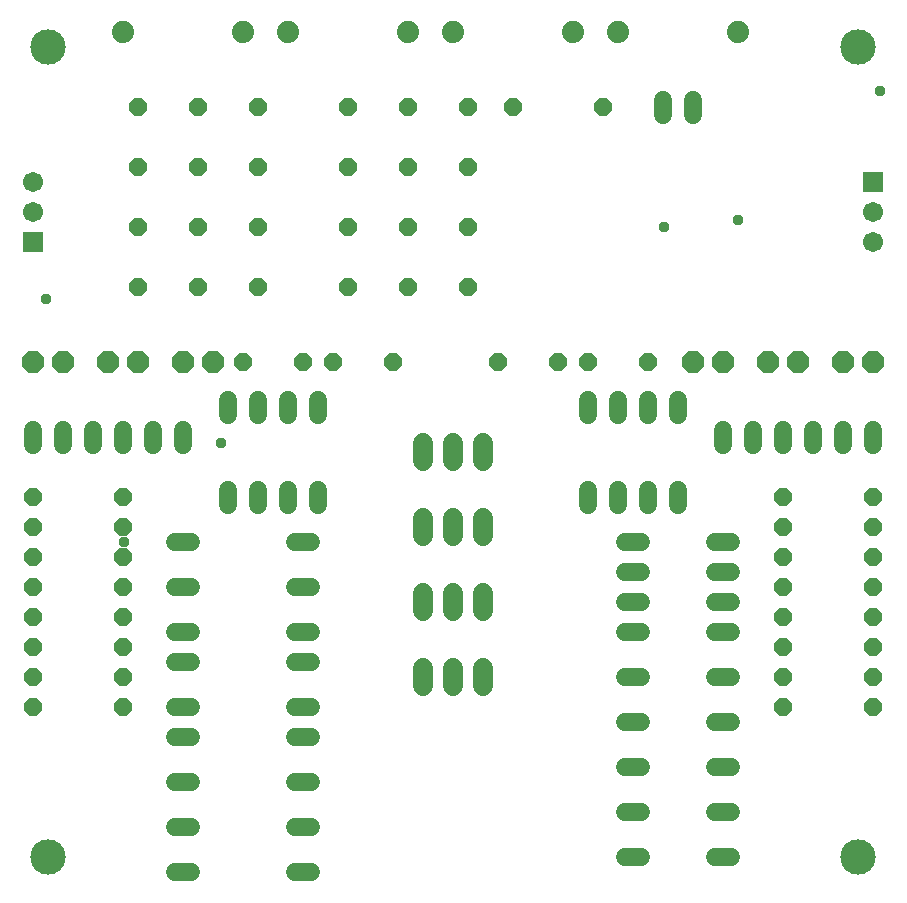
<source format=gbr>
G04 EAGLE Gerber RS-274X export*
G75*
%MOMM*%
%FSLAX34Y34*%
%LPD*%
%INSoldermask Bottom*%
%IPPOS*%
%AMOC8*
5,1,8,0,0,1.08239X$1,22.5*%
G01*
%ADD10P,1.649562X8X22.500000*%
%ADD11C,1.879600*%
%ADD12C,1.524000*%
%ADD13R,1.711200X1.711200*%
%ADD14C,1.711200*%
%ADD15C,3.003200*%
%ADD16P,1.951982X8X22.500000*%
%ADD17C,1.727200*%
%ADD18C,0.959600*%


D10*
X114300Y673100D03*
X165100Y673100D03*
X114300Y622300D03*
X165100Y622300D03*
X114300Y571500D03*
X165100Y571500D03*
X114300Y520700D03*
X165100Y520700D03*
X342900Y673100D03*
X393700Y673100D03*
X342900Y622300D03*
X393700Y622300D03*
X342900Y571500D03*
X393700Y571500D03*
X342900Y520700D03*
X393700Y520700D03*
D11*
X203200Y736600D03*
X101600Y736600D03*
X342900Y736600D03*
X241300Y736600D03*
X482600Y736600D03*
X381000Y736600D03*
X622300Y736600D03*
X520700Y736600D03*
D12*
X558800Y679704D02*
X558800Y666496D01*
X584200Y666496D02*
X584200Y679704D01*
D10*
X215900Y673100D03*
X292100Y673100D03*
X215900Y622300D03*
X292100Y622300D03*
X215900Y571500D03*
X292100Y571500D03*
X215900Y520700D03*
X292100Y520700D03*
X431800Y673100D03*
X508000Y673100D03*
D13*
X736600Y609600D03*
D14*
X736600Y584200D03*
X736600Y558800D03*
D13*
X25400Y558800D03*
D14*
X25400Y584200D03*
X25400Y609600D03*
D15*
X38100Y38100D03*
X38100Y723900D03*
X723900Y723900D03*
X723900Y38100D03*
D16*
X25400Y457200D03*
X50800Y457200D03*
X88900Y457200D03*
X114300Y457200D03*
X152400Y457200D03*
X177800Y457200D03*
D10*
X203200Y457200D03*
X254000Y457200D03*
X279400Y457200D03*
X330200Y457200D03*
X25400Y342900D03*
X101600Y342900D03*
X25400Y317500D03*
X101600Y317500D03*
X25400Y292100D03*
X101600Y292100D03*
X25400Y266700D03*
X101600Y266700D03*
X25400Y241300D03*
X101600Y241300D03*
X25400Y215900D03*
X101600Y215900D03*
X25400Y190500D03*
X101600Y190500D03*
X25400Y165100D03*
X101600Y165100D03*
D12*
X25400Y387096D02*
X25400Y400304D01*
X76200Y400304D02*
X76200Y387096D01*
X50800Y387096D02*
X50800Y400304D01*
X101600Y400304D02*
X101600Y387096D01*
X152400Y387096D02*
X152400Y400304D01*
X127000Y400304D02*
X127000Y387096D01*
X266700Y412496D02*
X266700Y425704D01*
X241300Y425704D02*
X241300Y412496D01*
X241300Y349504D02*
X241300Y336296D01*
X266700Y336296D02*
X266700Y349504D01*
X215900Y412496D02*
X215900Y425704D01*
X190500Y425704D02*
X190500Y412496D01*
X215900Y349504D02*
X215900Y336296D01*
X190500Y336296D02*
X190500Y349504D01*
X247396Y228600D02*
X260604Y228600D01*
X159004Y228600D02*
X145796Y228600D01*
X247396Y203200D02*
X260604Y203200D01*
X159004Y203200D02*
X145796Y203200D01*
X247396Y165100D02*
X260604Y165100D01*
X159004Y165100D02*
X145796Y165100D01*
X247396Y101600D02*
X260604Y101600D01*
X159004Y101600D02*
X145796Y101600D01*
X247396Y139700D02*
X260604Y139700D01*
X159004Y139700D02*
X145796Y139700D01*
X247396Y25400D02*
X260604Y25400D01*
X159004Y25400D02*
X145796Y25400D01*
X247396Y266700D02*
X260604Y266700D01*
X159004Y266700D02*
X145796Y266700D01*
X247396Y304800D02*
X260604Y304800D01*
X159004Y304800D02*
X145796Y304800D01*
X247396Y63500D02*
X260604Y63500D01*
X159004Y63500D02*
X145796Y63500D01*
X602996Y152400D02*
X616204Y152400D01*
X540004Y152400D02*
X526796Y152400D01*
X526796Y76200D02*
X540004Y76200D01*
X602996Y76200D02*
X616204Y76200D01*
X540004Y38100D02*
X526796Y38100D01*
X602996Y38100D02*
X616204Y38100D01*
X616204Y114300D02*
X602996Y114300D01*
X540004Y114300D02*
X526796Y114300D01*
X526796Y254000D02*
X540004Y254000D01*
X602996Y254000D02*
X616204Y254000D01*
X540004Y279400D02*
X526796Y279400D01*
X602996Y279400D02*
X616204Y279400D01*
X540004Y228600D02*
X526796Y228600D01*
X602996Y228600D02*
X616204Y228600D01*
X616204Y190500D02*
X602996Y190500D01*
X540004Y190500D02*
X526796Y190500D01*
X526796Y304800D02*
X540004Y304800D01*
X602996Y304800D02*
X616204Y304800D01*
D16*
X711200Y457200D03*
X736600Y457200D03*
X584200Y457200D03*
X609600Y457200D03*
X647700Y457200D03*
X673100Y457200D03*
D10*
X495300Y457200D03*
X546100Y457200D03*
X419100Y457200D03*
X469900Y457200D03*
X660400Y342900D03*
X736600Y342900D03*
X660400Y317500D03*
X736600Y317500D03*
X660400Y292100D03*
X736600Y292100D03*
X660400Y266700D03*
X736600Y266700D03*
X660400Y241300D03*
X736600Y241300D03*
X660400Y215900D03*
X736600Y215900D03*
X660400Y190500D03*
X736600Y190500D03*
X660400Y165100D03*
X736600Y165100D03*
D17*
X355600Y246380D02*
X355600Y261620D01*
X381000Y261620D02*
X381000Y246380D01*
X406400Y246380D02*
X406400Y261620D01*
X355600Y198120D02*
X355600Y182880D01*
X381000Y182880D02*
X381000Y198120D01*
X406400Y198120D02*
X406400Y182880D01*
D12*
X609600Y387096D02*
X609600Y400304D01*
X660400Y400304D02*
X660400Y387096D01*
X635000Y387096D02*
X635000Y400304D01*
X685800Y400304D02*
X685800Y387096D01*
X736600Y387096D02*
X736600Y400304D01*
X711200Y400304D02*
X711200Y387096D01*
X495300Y349504D02*
X495300Y336296D01*
X520700Y336296D02*
X520700Y349504D01*
X520700Y412496D02*
X520700Y425704D01*
X495300Y425704D02*
X495300Y412496D01*
X546100Y349504D02*
X546100Y336296D01*
X571500Y336296D02*
X571500Y349504D01*
X546100Y412496D02*
X546100Y425704D01*
X571500Y425704D02*
X571500Y412496D01*
D17*
X355600Y388620D02*
X355600Y373380D01*
X381000Y373380D02*
X381000Y388620D01*
X406400Y388620D02*
X406400Y373380D01*
X355600Y325120D02*
X355600Y309880D01*
X381000Y309880D02*
X381000Y325120D01*
X406400Y325120D02*
X406400Y309880D01*
D18*
X742188Y687324D03*
X559308Y571500D03*
X621792Y577596D03*
X36576Y510540D03*
X184404Y388620D03*
X102108Y304800D03*
M02*

</source>
